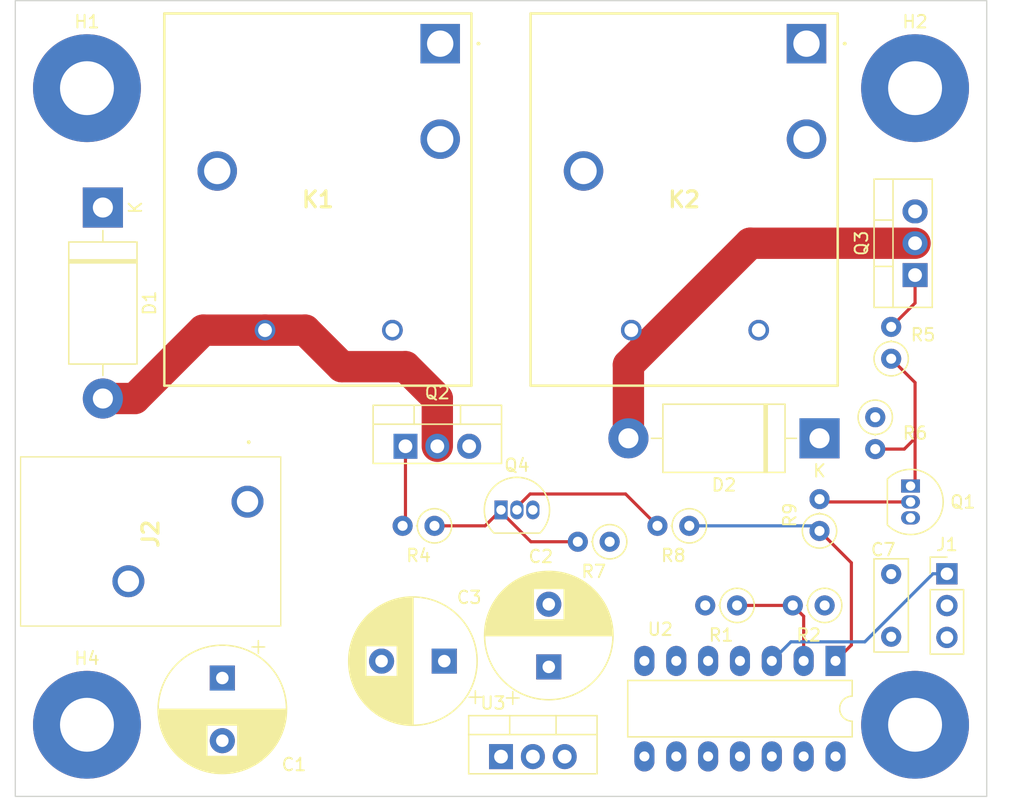
<source format=kicad_pcb>
(kicad_pcb (version 20221018) (generator pcbnew)
  (title_block (title "Pressure Controlled Power Outlet") (date "2024-07-20") (rev "V1.3.1") (company "Brian Banas"))
  (layers (0 "F.Cu" signal) (1 "In1.Cu" signal) (2 "In2.Cu" signal) (31 "B.Cu" signal) (34 "B.Paste" user) (35 "F.Paste" user) (36 "B.SilkS" user "B.Silkscreen") (37 "F.SilkS" user "F.Silkscreen") (38 "B.Mask" user) (39 "F.Mask" user) (44 "Edge.Cuts" user))
  (net 0 "")
  (net 1 "GND")
  (net 2 "Net-(J1-Pin_1)")
  (net 3 "Net-(U2A--)")
  (net 4 "+5V")
  (net 5 "+24V")
  (net 6 "Net-(D1-A)")
  (net 7 "Net-(D2-A)")
  (net 8 "Net-(Q1-E)")
  (net 9 "Net-(Q1-B)")
  (net 10 "Net-(Q2-G)")
  (net 11 "Net-(Q3-G)")
  (net 12 "Net-(Q4-E)")
  (net 13 "Net-(Q4-B)")
  (net 14 "/Activate_Live")
  (footprint "Resistor_THT:R_Axial_DIN0207_L6.3mm_D2.5mm_P2.54mm_Vertical" (layer "F.Cu") (at 172.085 90.395 -90)
    (fp_text reference "R6" (at 1.27 -3.175 -180) (layer "F.SilkS"))
    (fp_text value "560 Ohm")
    (pad "1" thru_hole circle (at 0 0 270) (size 1.6 1.6) (drill 0.8) (layers "*.Cu" "*.Mask") (net 1 "GND"))
    (pad "2" thru_hole oval (at 2.54 0 270) (size 1.6 1.6) (drill 0.8) (layers "*.Cu" "*.Mask") (net 8 "Net-(Q1-E)"))
  )
  (footprint "Resistor_THT:R_Axial_DIN0207_L6.3mm_D2.5mm_P2.54mm_Vertical" (layer "F.Cu") (at 150.905 100.33 180)
    (fp_text reference "R7" (at 1.27 -2.37) (layer "F.SilkS"))
    (fp_text value "560 Ohm")
    (pad "1" thru_hole circle (at 0 0 180) (size 1.6 1.6) (drill 0.8) (layers "*.Cu" "*.Mask") (net 1 "GND"))
    (pad "2" thru_hole oval (at 2.54 0 180) (size 1.6 1.6) (drill 0.8) (layers "*.Cu" "*.Mask") (net 12 "Net-(Q4-E)"))
  )
  (footprint "Resistor_THT:R_Axial_DIN0207_L6.3mm_D2.5mm_P2.54mm_Vertical" (layer "F.Cu") (at 168.05 105.41 180)
    (fp_text reference "R2" (at 1.27 -2.37) (layer "F.SilkS"))
    (fp_text value "Unkown")
    (pad "1" thru_hole circle (at 0 0 180) (size 1.6 1.6) (drill 0.8) (layers "*.Cu" "*.Mask") (net 1 "GND"))
    (pad "2" thru_hole oval (at 2.54 0 180) (size 1.6 1.6) (drill 0.8) (layers "*.Cu" "*.Mask") (net 3 "Net-(U2A--)"))
  )
  (footprint "Package_TO_SOT_THT:TO-220-3_Vertical" (layer "F.Cu") (at 175.26 79.05 90)
    (fp_text reference "Q3" (at 2.54 -4.27 90) (layer "F.SilkS"))
    (fp_text value "IRF540N")
    (pad "1" thru_hole rect (at 0 0 90) (size 1.905 2) (drill 1.1) (layers "*.Cu" "*.Mask") (net 11 "Net-(Q3-G)"))
    (pad "2" thru_hole oval (at 2.54 0 90) (size 1.905 2) (drill 1.1) (layers "*.Cu" "*.Mask") (net 7 "Net-(D2-A)"))
    (pad "3" thru_hole oval (at 5.08 0 90) (size 1.905 2) (drill 1.1) (layers "*.Cu" "*.Mask") (net 1 "GND"))
  )
  (footprint "Extra:T9GV5L2424" (layer "F.Cu") (at 137.39 60.585 180)
    (fp_text reference "K1" (at 9.755 -12.44) (layer "F.SilkS") (effects (font (size 1.27 1.27) (thickness 0.254))))
    (fp_text value "T9GV5L24-24" hide)
    (pad "1" thru_hole rect (at 0 0 180) (size 3.15 3.15) (drill 2.1) (layers "*.Cu" "*.Mask"))
    (pad "2" thru_hole circle (at 0 -7.62 180) (size 3.15 3.15) (drill 2.1) (layers "*.Cu" "*.Mask"))
    (pad "3" thru_hole circle (at 3.81 -22.86 180) (size 1.65 1.65) (drill 1.1) (layers "*.Cu" "*.Mask") (net 5 "+24V"))
    (pad "4" thru_hole circle (at 13.97 -22.86 180) (size 1.65 1.65) (drill 1.1) (layers "*.Cu" "*.Mask") (net 6 "Net-(D1-A)"))
    (pad "5" thru_hole circle (at 17.78 -10.16 180) (size 3.15 3.15) (drill 2.1) (layers "*.Cu" "*.Mask"))
  )
  (footprint "Package_TO_SOT_THT:TO-220-3_Vertical" (layer "F.Cu") (at 142.24 117.475)
    (fp_text reference "U3" (at -0.635 -4.27) (layer "F.SilkS"))
    (fp_text value "LD1085V50")
    (pad "1" thru_hole rect (at 0 0) (size 1.905 2) (drill 1.1) (layers "*.Cu" "*.Mask") (net 5 "+24V"))
    (pad "2" thru_hole oval (at 2.54 0) (size 1.905 2) (drill 1.1) (layers "*.Cu" "*.Mask") (net 1 "GND"))
    (pad "3" thru_hole oval (at 5.08 0) (size 1.905 2) (drill 1.1) (layers "*.Cu" "*.Mask") (net 4 "+5V"))
  )
  (footprint "Package_TO_SOT_THT:TO-92_Inline" (layer "F.Cu") (at 142.24 97.79)
    (fp_text reference "Q4" (at 1.27 -3.56) (layer "F.SilkS"))
    (fp_text value "2N3906")
    (pad "1" thru_hole rect (at 0 0) (size 1.05 1.5) (drill 0.75) (layers "*.Cu" "*.Mask") (net 12 "Net-(Q4-E)"))
    (pad "2" thru_hole oval (at 1.27 0) (size 1.05 1.5) (drill 0.75) (layers "*.Cu" "*.Mask") (net 13 "Net-(Q4-B)"))
    (pad "3" thru_hole oval (at 2.54 0) (size 1.05 1.5) (drill 0.75) (layers "*.Cu" "*.Mask") (net 4 "+5V"))
  )
  (footprint "Diode_THT:D_DO-201AD_P15.24mm_Horizontal" (layer "F.Cu") (at 110.49 73.66 -90)
    (fp_text reference "D1" (at 7.62 -3.72 90) (layer "F.SilkS"))
    (fp_text value "1N5405")
    (fp_text user "K" (at 0 -2.6 90) (layer "F.SilkS"))
    (pad "1" thru_hole rect (at 0 0 270) (size 3.2 3.2) (drill 1.6) (layers "*.Cu" "*.Mask") (net 5 "+24V"))
    (pad "2" thru_hole oval (at 15.24 0 270) (size 3.2 3.2) (drill 1.6) (layers "*.Cu" "*.Mask") (net 6 "Net-(D1-A)"))
  )
  (footprint "MountingHole:MountingHole_4.3mm_M4_Pad" (layer "F.Cu") (at 109.22 114.935)
    (fp_text reference "H4" (at 0 -5.3) (layer "F.SilkS"))
    (fp_text value "MountingHole_Pad")
    (pad "1" thru_hole circle (at 0 0) (size 8.6 8.6) (drill 4.3) (layers "*.Cu" "*.Mask") (net 1 "GND"))
  )
  (footprint "Capacitor_THT:C_Rect_L7.2mm_W2.5mm_P5.00mm_FKS2_FKP2_MKS2_MKP2" (layer "F.Cu") (at 173.355 107.91 90)
    (fp_text reference "C7" (at 6.945 -0.635 180) (layer "F.SilkS"))
    (fp_text value "0.1µF")
    (pad "1" thru_hole circle (at 0 0 90) (size 1.6 1.6) (drill 0.8) (layers "*.Cu" "*.Mask") (net 4 "+5V"))
    (pad "2" thru_hole circle (at 5 0 90) (size 1.6 1.6) (drill 0.8) (layers "*.Cu" "*.Mask") (net 1 "GND"))
  )
  (footprint "Capacitor_THT:CP_Radial_D10.0mm_P5.00mm" (layer "F.Cu") (at 146.05 110.317677 90)
    (fp_text reference "C2" (at 8.81 -0.635 180) (layer "F.SilkS"))
    (fp_text value "47µF")
    (pad "1" thru_hole rect (at 0 0 90) (size 2 2) (drill 1) (layers "*.Cu" "*.Mask") (net 4 "+5V"))
    (pad "2" thru_hole circle (at 5 0 90) (size 2 2) (drill 1) (layers "*.Cu" "*.Mask") (net 1 "GND"))
  )
  (footprint "Package_TO_SOT_THT:TO-220-3_Vertical" (layer "F.Cu") (at 134.62 92.71)
    (fp_text reference "Q2" (at 2.54 -4.27) (layer "F.SilkS"))
    (fp_text value "IRF540N")
    (pad "1" thru_hole rect (at 0 0) (size 1.905 2) (drill 1.1) (layers "*.Cu" "*.Mask") (net 10 "Net-(Q2-G)"))
    (pad "2" thru_hole oval (at 2.54 0) (size 1.905 2) (drill 1.1) (layers "*.Cu" "*.Mask") (net 6 "Net-(D1-A)"))
    (pad "3" thru_hole oval (at 5.08 0) (size 1.905 2) (drill 1.1) (layers "*.Cu" "*.Mask") (net 1 "GND"))
  )
  (footprint "Resistor_THT:R_Axial_DIN0207_L6.3mm_D2.5mm_P2.54mm_Vertical" (layer "F.Cu") (at 136.935 99.06 180)
    (fp_text reference "R4" (at 1.27 -2.37) (layer "F.SilkS"))
    (fp_text value "560 Ohm")
    (pad "1" thru_hole circle (at 0 0 180) (size 1.6 1.6) (drill 0.8) (layers "*.Cu" "*.Mask") (net 12 "Net-(Q4-E)"))
    (pad "2" thru_hole oval (at 2.54 0 180) (size 1.6 1.6) (drill 0.8) (layers "*.Cu" "*.Mask") (net 10 "Net-(Q2-G)"))
  )
  (footprint "Capacitor_THT:CP_Radial_D10.0mm_P5.00mm" (layer "F.Cu") (at 120.015 111.205 -90)
    (fp_text reference "C1" (at 6.905 -5.715 -180) (layer "F.SilkS"))
    (fp_text value "220µF")
    (pad "1" thru_hole rect (at 0 0 270) (size 2 2) (drill 1) (layers "*.Cu" "*.Mask") (net 5 "+24V"))
    (pad "2" thru_hole circle (at 5 0 270) (size 2 2) (drill 1) (layers "*.Cu" "*.Mask") (net 1 "GND"))
  )
  (footprint "Resistor_THT:R_Axial_DIN0207_L6.3mm_D2.5mm_P2.54mm_Vertical" (layer "F.Cu") (at 173.355 85.725 90)
    (fp_text reference "R5" (at 1.905 2.54 180) (layer "F.SilkS"))
    (fp_text value "560 Ohm")
    (pad "1" thru_hole circle (at 0 0 90) (size 1.6 1.6) (drill 0.8) (layers "*.Cu" "*.Mask") (net 8 "Net-(Q1-E)"))
    (pad "2" thru_hole oval (at 2.54 0 90) (size 1.6 1.6) (drill 0.8) (layers "*.Cu" "*.Mask") (net 11 "Net-(Q3-G)"))
  )
  (footprint "Resistor_THT:R_Axial_DIN0207_L6.3mm_D2.5mm_P2.54mm_Vertical" (layer "F.Cu") (at 161.065 105.41 180)
    (fp_text reference "R1" (at 1.27 -2.37) (layer "F.SilkS"))
    (fp_text value "Unkown")
    (pad "1" thru_hole circle (at 0 0 180) (size 1.6 1.6) (drill 0.8) (layers "*.Cu" "*.Mask") (net 3 "Net-(U2A--)"))
    (pad "2" thru_hole oval (at 2.54 0 180) (size 1.6 1.6) (drill 0.8) (layers "*.Cu" "*.Mask") (net 4 "+5V"))
  )
  (footprint "Extra:T9GV5L2424" (layer "F.Cu") (at 166.6 60.585 180)
    (fp_text reference "K2" (at 9.755 -12.44) (layer "F.SilkS") (effects (font (size 1.27 1.27) (thickness 0.254))))
    (fp_text value "T9GV5L24-24" hide)
    (pad "1" thru_hole rect (at 0 0 180) (size 3.15 3.15) (drill 2.1) (layers "*.Cu" "*.Mask"))
    (pad "2" thru_hole circle (at 0 -7.62 180) (size 3.15 3.15) (drill 2.1) (layers "*.Cu" "*.Mask"))
    (pad "3" thru_hole circle (at 3.81 -22.86 180) (size 1.65 1.65) (drill 1.1) (layers "*.Cu" "*.Mask") (net 5 "+24V"))
    (pad "4" thru_hole circle (at 13.97 -22.86 180) (size 1.65 1.65) (drill 1.1) (layers "*.Cu" "*.Mask") (net 7 "Net-(D2-A)"))
    (pad "5" thru_hole circle (at 17.78 -10.16 180) (size 3.15 3.15) (drill 2.1) (layers "*.Cu" "*.Mask"))
  )
  (footprint "Diode_THT:D_DO-201AD_P15.24mm_Horizontal" (layer "F.Cu") (at 167.64 92.075 180)
    (fp_text reference "D2" (at 7.62 -3.72) (layer "F.SilkS"))
    (fp_text value "1N5405")
    (fp_text user "K" (at 0 -2.6) (layer "F.SilkS"))
    (pad "1" thru_hole rect (at 0 0 180) (size 3.2 3.2) (drill 1.6) (layers "*.Cu" "*.Mask") (net 5 "+24V"))
    (pad "2" thru_hole oval (at 15.24 0 180) (size 3.2 3.2) (drill 1.6) (layers "*.Cu" "*.Mask") (net 7 "Net-(D2-A)"))
  )
  (footprint "Capacitor_THT:CP_Radial_D10.0mm_P5.00mm" (layer "F.Cu") (at 137.715 109.855 180)
    (fp_text reference "C3" (at -1.985 5.08) (layer "F.SilkS"))
    (fp_text value "12µF")
    (pad "1" thru_hole rect (at 0 0 180) (size 2 2) (drill 1) (layers "*.Cu" "*.Mask") (net 5 "+24V"))
    (pad "2" thru_hole circle (at 5 0 180) (size 2 2) (drill 1) (layers "*.Cu" "*.Mask") (net 1 "GND"))
  )
  (footprint "MountingHole:MountingHole_4.3mm_M4_Pad" (layer "F.Cu") (at 175.26 114.935)
    (fp_text reference "H3" hide)
    (fp_text value "MountingHole_Pad" hide)
    (pad "1" thru_hole circle (at 0 0) (size 8.6 8.6) (drill 4.3) (layers "*.Cu" "*.Mask") (net 1 "GND"))
  )
  (footprint "MountingHole:MountingHole_4.3mm_M4_Pad" (layer "F.Cu") (at 175.26 64.135)
    (fp_text reference "H2" (at 0 -5.3) (layer "F.SilkS"))
    (fp_text value "MountingHole_Pad")
    (pad "1" thru_hole circle (at 0 0) (size 8.6 8.6) (drill 4.3) (layers "*.Cu" "*.Mask") (net 1 "GND"))
  )
  (footprint "Extra:1017514" (layer "F.Cu") (at 122.025 97.1325 -90)
    (fp_text reference "J2" (at 2.562 7.725 90) (layer "F.SilkS") (effects (font (size 1.27 1.27) (thickness 0.254))))
    (fp_text value "1017514" hide)
    (pad "1" thru_hole circle (at 0 0 270) (size 2.55 2.55) (drill 1.7) (layers "*.Cu" "*.Mask") (net 1 "GND"))
    (pad "2" thru_hole circle (at 6.35 9.5 270) (size 2.55 2.55) (drill 1.7) (layers "*.Cu" "*.Mask") (net 5 "+24V"))
  )
  (footprint "Resistor_THT:R_Axial_DIN0207_L6.3mm_D2.5mm_P2.54mm_Vertical" (layer "F.Cu") (at 167.64 99.47 90)
    (fp_text reference "R9" (at 1.27 -2.37 90) (layer "F.SilkS"))
    (fp_text value "10KOhm")
    (pad "1" thru_hole circle (at 0 0 90) (size 1.6 1.6) (drill 0.8) (layers "*.Cu" "*.Mask") (net 14 "/Activate_Live"))
    (pad "2" thru_hole oval (at 2.54 0 90) (size 1.6 1.6) (drill 0.8) (layers "*.Cu" "*.Mask") (net 9 "Net-(Q1-B)"))
  )
  (footprint "Resistor_THT:R_Axial_DIN0207_L6.3mm_D2.5mm_P2.54mm_Vertical" (layer "F.Cu") (at 157.255 99.06 180)
    (fp_text reference "R8" (at 1.27 -2.37) (layer "F.SilkS"))
    (fp_text value "10KOhm" hide)
    (pad "1" thru_hole circle (at 0 0 180) (size 1.6 1.6) (drill 0.8) (layers "*.Cu" "*.Mask") (net 14 "/Activate_Live"))
    (pad "2" thru_hole oval (at 2.54 0 180) (size 1.6 1.6) (drill 0.8) (layers "*.Cu" "*.Mask") (net 13 "Net-(Q4-B)"))
  )
  (footprint "Package_TO_SOT_THT:TO-92_Inline" (layer "F.Cu") (at 174.9 95.885 -90)
    (fp_text reference "Q1" (at 1.27 -4.17 -180) (layer "F.SilkS"))
    (fp_text value "2N3906")
    (pad "1" thru_hole rect (at 0 0 270) (size 1.05 1.5) (drill 0.75) (layers "*.Cu" "*.Mask") (net 8 "Net-(Q1-E)"))
    (pad "2" thru_hole oval (at 1.27 0 270) (size 1.05 1.5) (drill 0.75) (layers "*.Cu" "*.Mask") (net 9 "Net-(Q1-B)"))
    (pad "3" thru_hole oval (at 2.54 0 270) (size 1.05 1.5) (drill 0.75) (layers "*.Cu" "*.Mask") (net 4 "+5V"))
  )
  (footprint "MountingHole:MountingHole_4.3mm_M4_Pad" (layer "F.Cu") (at 109.22 64.135)
    (fp_text reference "H1" (at 0 -5.3) (layer "F.SilkS"))
    (fp_text value "MountingHole_Pad")
    (pad "1" thru_hole circle (at 0 0) (size 8.6 8.6) (drill 4.3) (layers "*.Cu" "*.Mask") (net 1 "GND"))
  )
  (footprint "Package_DIP:DIP-14_W7.62mm_LongPads" (layer "F.Cu") (at 168.915 109.84 -90)
    (fp_text reference "U2" (at -2.525 13.975 -180) (layer "F.SilkS"))
    (fp_text value "LM324")
    (pad "1" thru_hole rect (at 0 0 270) (size 2.4 1.6) (drill 0.8) (layers "*.Cu" "*.Mask") (net 14 "/Activate_Live"))
    (pad "2" thru_hole oval (at 0 2.54 270) (size 2.4 1.6) (drill 0.8) (layers "*.Cu" "*.Mask") (net 3 "Net-(U2A--)"))
    (pad "3" thru_hole oval (at 0 5.08 270) (size 2.4 1.6) (drill 0.8) (layers "*.Cu" "*.Mask") (net 2 "Net-(J1-Pin_1)"))
    (pad "4" thru_hole oval (at 0 7.62 270) (size 2.4 1.6) (drill 0.8) (layers "*.Cu" "*.Mask") (net 4 "+5V"))
    (pad "5" thru_hole oval (at 0 10.16 270) (size 2.4 1.6) (drill 0.8) (layers "*.Cu" "*.Mask"))
    (pad "6" thru_hole oval (at 0 12.7 270) (size 2.4 1.6) (drill 0.8) (layers "*.Cu" "*.Mask"))
    (pad "7" thru_hole oval (at 0 15.24 270) (size 2.4 1.6) (drill 0.8) (layers "*.Cu" "*.Mask"))
    (pad "8" thru_hole oval (at 7.62 15.24 270) (size 2.4 1.6) (drill 0.8) (layers "*.Cu" "*.Mask"))
    (pad "9" thru_hole oval (at 7.62 12.7 270) (size 2.4 1.6) (drill 0.8) (layers "*.Cu" "*.Mask"))
    (pad "10" thru_hole oval (at 7.62 10.16 270) (size 2.4 1.6) (drill 0.8) (layers "*.Cu" "*.Mask"))
    (pad "11" thru_hole oval (at 7.62 7.62 270) (size 2.4 1.6) (drill 0.8) (layers "*.Cu" "*.Mask") (net 1 "GND"))
    (pad "12" thru_hole oval (at 7.62 5.08 270) (size 2.4 1.6) (drill 0.8) (layers "*.Cu" "*.Mask"))
    (pad "13" thru_hole oval (at 7.62 2.54 270) (size 2.4 1.6) (drill 0.8) (layers "*.Cu" "*.Mask"))
    (pad "14" thru_hole oval (at 7.62 0 270) (size 2.4 1.6) (drill 0.8) (layers "*.Cu" "*.Mask"))
  )
  (footprint "Connector_PinHeader_2.54mm:PinHeader_1x03_P2.54mm_Vertical" (layer "F.Cu") (at 177.8 102.885)
    (fp_text reference "J1" (at 0 -2.33) (layer "F.SilkS"))
    (fp_text value "pressure sensor")
    (pad "1" thru_hole rect (at 0 0) (size 1.7 1.7) (drill 1) (layers "*.Cu" "*.Mask") (net 2 "Net-(J1-Pin_1)"))
    (pad "2" thru_hole oval (at 0 2.54) (size 1.7 1.7) (drill 1) (layers "*.Cu" "*.Mask") (net 4 "+5V"))
    (pad "3" thru_hole oval (at 0 5.08) (size 1.7 1.7) (drill 1) (layers "*.Cu" "*.Mask") (net 1 "GND"))
  )
  (gr_rect (start 103.505 57.15) (end 180.975 120.65) (stroke (width 0.1)) (fill none) (layer "Edge.Cuts"))
  (segment (start 176.685 102.885) (end 171.255 108.315) (width 0.25) (layer "B.Cu") (net 2))
  (segment (start 165.36 108.315) (end 163.835 109.84) (width 0.25) (layer "B.Cu") (net 2))
  (segment (start 177.8 102.885) (end 176.685 102.885) (width 0.25) (layer "B.Cu") (net 2))
  (segment (start 171.255 108.315) (end 165.36 108.315) (width 0.25) (layer "B.Cu") (net 2))
  (segment (start 165.51 105.41) (end 161.065 105.41) (width 0.25) (layer "F.Cu") (net 3))
  (segment (start 166.375 106.275) (end 165.51 105.41) (width 0.25) (layer "F.Cu") (net 3))
  (segment (start 166.375 109.84) (end 166.375 106.275) (width 0.25) (layer "F.Cu") (net 3))
  (segment (start 113.03 88.9) (end 118.485 83.445) (width 2.5) (layer "F.Cu") (net 6))
  (segment (start 126.625 83.445) (end 129.54 86.36) (width 2.5) (layer "F.Cu") (net 6))
  (segment (start 123.42 83.445) (end 126.625 83.445) (width 2.5) (layer "F.Cu") (net 6))
  (segment (start 118.485 83.445) (end 123.42 83.445) (width 2.5) (layer "F.Cu") (net 6))
  (segment (start 110.49 88.9) (end 113.03 88.9) (width 2.5) (layer "F.Cu") (net 6))
  (segment (start 134.62 86.36) (end 137.16 88.9) (width 2.5) (layer "F.Cu") (net 6))
  (segment (start 137.16 88.9) (end 137.16 92.71) (width 2.5) (layer "F.Cu") (net 6))
  (segment (start 129.54 86.36) (end 134.62 86.36) (width 2.5) (layer "F.Cu") (net 6))
  (segment (start 152.4 86.215) (end 152.4 92.075) (width 2.5) (layer "F.Cu") (net 7))
  (segment (start 162.105 76.51) (end 152.4 86.215) (width 2.5) (layer "F.Cu") (net 7))
  (segment (start 175.26 76.51) (end 162.105 76.51) (width 2.5) (layer "F.Cu") (net 7))
  (segment (start 172.085 92.935) (end 174.4 92.935) (width 0.25) (layer "F.Cu") (net 8))
  (segment (start 175.26 92.075) (end 175.26 91.8) (width 0.25) (layer "F.Cu") (net 8))
  (segment (start 175.26 87.63) (end 175.26 91.8) (width 0.25) (layer "F.Cu") (net 8))
  (segment (start 173.355 85.725) (end 175.26 87.63) (width 0.25) (layer "F.Cu") (net 8))
  (segment (start 174.4 92.935) (end 175.26 92.075) (width 0.25) (layer "F.Cu") (net 8))
  (segment (start 175.26 91.8) (end 175.26 95.885) (width 0.25) (layer "F.Cu") (net 8))
  (segment (start 167.64 96.93) (end 167.865 97.155) (width 0.25) (layer "F.Cu") (net 9))
  (segment (start 167.865 97.155) (end 174.9 97.155) (width 0.25) (layer "F.Cu") (net 9))
  (segment (start 134.62 92.71) (end 134.62 98.835) (width 0.25) (layer "F.Cu") (net 10))
  (segment (start 134.62 98.835) (end 134.395 99.06) (width 0.25) (layer "F.Cu") (net 10))
  (segment (start 173.355 83.185) (end 175.26 81.28) (width 0.25) (layer "F.Cu") (net 11))
  (segment (start 175.26 81.28) (end 175.26 79.05) (width 0.25) (layer "F.Cu") (net 11))
  (segment (start 140.97 99.06) (end 136.935 99.06) (width 0.25) (layer "F.Cu") (net 12))
  (segment (start 142.24 97.79) (end 140.97 99.06) (width 0.25) (layer "F.Cu") (net 12))
  (segment (start 142.24 97.947082) (end 142.24 97.79) (width 0.25) (layer "F.Cu") (net 12))
  (segment (start 144.622918 100.33) (end 142.24 97.947082) (width 0.25) (layer "F.Cu") (net 12))
  (segment (start 148.365 100.33) (end 144.622918 100.33) (width 0.25) (layer "F.Cu") (net 12))
  (segment (start 144.555 96.52) (end 143.51 97.565) (width 0.25) (layer "F.Cu") (net 13))
  (segment (start 143.51 97.565) (end 143.51 97.79) (width 0.25) (layer "F.Cu") (net 13))
  (segment (start 152.175 96.52) (end 144.555 96.52) (width 0.25) (layer "F.Cu") (net 13))
  (segment (start 154.715 99.06) (end 152.175 96.52) (width 0.25) (layer "F.Cu") (net 13))
  (segment (start 168.915 109.84) (end 170.18 108.575) (width 0.25) (layer "F.Cu") (net 14))
  (segment (start 170.18 108.575) (end 170.18 102.01) (width 0.25) (layer "F.Cu") (net 14))
  (segment (start 170.18 102.01) (end 167.64 99.47) (width 0.25) (layer "F.Cu") (net 14))
  (segment (start 157.255 99.06) (end 167.23 99.06) (width 0.25) (layer "B.Cu") (net 14))
  (segment (start 167.23 99.06) (end 167.64 99.47) (width 0.25) (layer "B.Cu") (net 14))
)
</source>
